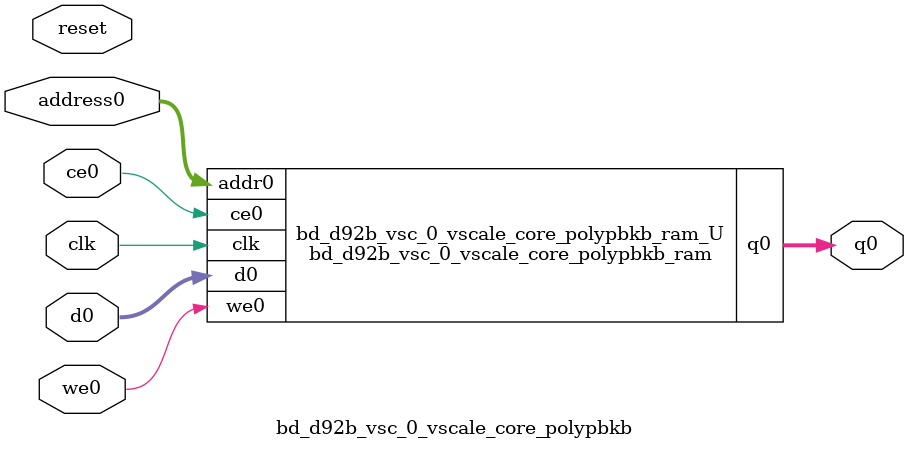
<source format=v>
`timescale 1 ns / 1 ps
module bd_d92b_vsc_0_vscale_core_polypbkb_ram (addr0, ce0, d0, we0, q0,  clk);

parameter DWIDTH = 16;
parameter AWIDTH = 6;
parameter MEM_SIZE = 64;

input[AWIDTH-1:0] addr0;
input ce0;
input[DWIDTH-1:0] d0;
input we0;
output reg[DWIDTH-1:0] q0;
input clk;

(* ram_style = "distributed" *)reg [DWIDTH-1:0] ram[0:MEM_SIZE-1];




always @(posedge clk)  
begin 
    if (ce0) begin
        if (we0) 
            ram[addr0] <= d0; 
        q0 <= ram[addr0];
    end
end


endmodule

`timescale 1 ns / 1 ps
module bd_d92b_vsc_0_vscale_core_polypbkb(
    reset,
    clk,
    address0,
    ce0,
    we0,
    d0,
    q0);

parameter DataWidth = 32'd16;
parameter AddressRange = 32'd64;
parameter AddressWidth = 32'd6;
input reset;
input clk;
input[AddressWidth - 1:0] address0;
input ce0;
input we0;
input[DataWidth - 1:0] d0;
output[DataWidth - 1:0] q0;



bd_d92b_vsc_0_vscale_core_polypbkb_ram bd_d92b_vsc_0_vscale_core_polypbkb_ram_U(
    .clk( clk ),
    .addr0( address0 ),
    .ce0( ce0 ),
    .we0( we0 ),
    .d0( d0 ),
    .q0( q0 ));

endmodule


</source>
